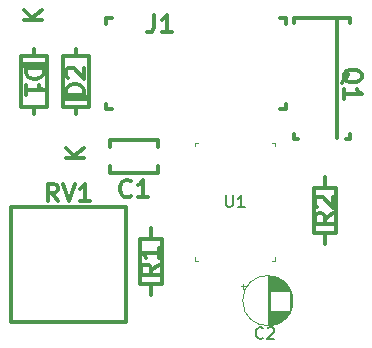
<source format=gto>
%TF.GenerationSoftware,KiCad,Pcbnew,(6.0.10)*%
%TF.CreationDate,2023-01-21T20:26:19+05:30*%
%TF.ProjectId,555 Astable,35353520-4173-4746-9162-6c652e6b6963,rev?*%
%TF.SameCoordinates,Original*%
%TF.FileFunction,Legend,Top*%
%TF.FilePolarity,Positive*%
%FSLAX46Y46*%
G04 Gerber Fmt 4.6, Leading zero omitted, Abs format (unit mm)*
G04 Created by KiCad (PCBNEW (6.0.10)) date 2023-01-21 20:26:19*
%MOMM*%
%LPD*%
G01*
G04 APERTURE LIST*
%ADD10C,0.150000*%
%ADD11C,0.300000*%
%ADD12C,0.100000*%
%ADD13C,0.120000*%
G04 APERTURE END LIST*
D10*
%TO.C,U1*%
X120650912Y-79218380D02*
X120650912Y-80027904D01*
X120698531Y-80123142D01*
X120746150Y-80170761D01*
X120841388Y-80218380D01*
X121031864Y-80218380D01*
X121127102Y-80170761D01*
X121174721Y-80123142D01*
X121222340Y-80027904D01*
X121222340Y-79218380D01*
X122222340Y-80218380D02*
X121650912Y-80218380D01*
X121936626Y-80218380D02*
X121936626Y-79218380D01*
X121841388Y-79361238D01*
X121746150Y-79456476D01*
X121650912Y-79504095D01*
D11*
%TO.C,C1*%
X112621800Y-79275714D02*
X112550371Y-79347142D01*
X112336085Y-79418571D01*
X112193228Y-79418571D01*
X111978942Y-79347142D01*
X111836085Y-79204285D01*
X111764657Y-79061428D01*
X111693228Y-78775714D01*
X111693228Y-78561428D01*
X111764657Y-78275714D01*
X111836085Y-78132857D01*
X111978942Y-77990000D01*
X112193228Y-77918571D01*
X112336085Y-77918571D01*
X112550371Y-77990000D01*
X112621800Y-78061428D01*
X114050371Y-79418571D02*
X113193228Y-79418571D01*
X113621800Y-79418571D02*
X113621800Y-77918571D01*
X113478942Y-78132857D01*
X113336085Y-78275714D01*
X113193228Y-78347142D01*
%TO.C,J1*%
X114562000Y-63948571D02*
X114562000Y-65020000D01*
X114490571Y-65234285D01*
X114347714Y-65377142D01*
X114133428Y-65448571D01*
X113990571Y-65448571D01*
X116062000Y-65448571D02*
X115204857Y-65448571D01*
X115633428Y-65448571D02*
X115633428Y-63948571D01*
X115490571Y-64162857D01*
X115347714Y-64305714D01*
X115204857Y-64377142D01*
%TO.C,D2*%
X108628571Y-70703142D02*
X107128571Y-70703142D01*
X107128571Y-70346000D01*
X107200000Y-70131714D01*
X107342857Y-69988857D01*
X107485714Y-69917428D01*
X107771428Y-69846000D01*
X107985714Y-69846000D01*
X108271428Y-69917428D01*
X108414285Y-69988857D01*
X108557142Y-70131714D01*
X108628571Y-70346000D01*
X108628571Y-70703142D01*
X107271428Y-69274571D02*
X107200000Y-69203142D01*
X107128571Y-69060285D01*
X107128571Y-68703142D01*
X107200000Y-68560285D01*
X107271428Y-68488857D01*
X107414285Y-68417428D01*
X107557142Y-68417428D01*
X107771428Y-68488857D01*
X108628571Y-69346000D01*
X108628571Y-68417428D01*
X108628571Y-76084857D02*
X107128571Y-76084857D01*
X108628571Y-75227714D02*
X107771428Y-75870571D01*
X107128571Y-75227714D02*
X107985714Y-76084857D01*
D10*
%TO.C,C2*%
X123785333Y-91289142D02*
X123737714Y-91336761D01*
X123594857Y-91384380D01*
X123499619Y-91384380D01*
X123356761Y-91336761D01*
X123261523Y-91241523D01*
X123213904Y-91146285D01*
X123166285Y-90955809D01*
X123166285Y-90812952D01*
X123213904Y-90622476D01*
X123261523Y-90527238D01*
X123356761Y-90432000D01*
X123499619Y-90384380D01*
X123594857Y-90384380D01*
X123737714Y-90432000D01*
X123785333Y-90479619D01*
X124166285Y-90479619D02*
X124213904Y-90432000D01*
X124309142Y-90384380D01*
X124547238Y-90384380D01*
X124642476Y-90432000D01*
X124690095Y-90479619D01*
X124737714Y-90574857D01*
X124737714Y-90670095D01*
X124690095Y-90812952D01*
X124118666Y-91384380D01*
X124737714Y-91384380D01*
D11*
%TO.C,R1*%
X114978571Y-85096000D02*
X114264285Y-85596000D01*
X114978571Y-85953142D02*
X113478571Y-85953142D01*
X113478571Y-85381714D01*
X113550000Y-85238857D01*
X113621428Y-85167428D01*
X113764285Y-85096000D01*
X113978571Y-85096000D01*
X114121428Y-85167428D01*
X114192857Y-85238857D01*
X114264285Y-85381714D01*
X114264285Y-85953142D01*
X114978571Y-83667428D02*
X114978571Y-84524571D01*
X114978571Y-84096000D02*
X113478571Y-84096000D01*
X113692857Y-84238857D01*
X113835714Y-84381714D01*
X113907142Y-84524571D01*
%TO.C,D1*%
X103715428Y-68488857D02*
X105215428Y-68488857D01*
X105215428Y-68846000D01*
X105144000Y-69060285D01*
X105001142Y-69203142D01*
X104858285Y-69274571D01*
X104572571Y-69346000D01*
X104358285Y-69346000D01*
X104072571Y-69274571D01*
X103929714Y-69203142D01*
X103786857Y-69060285D01*
X103715428Y-68846000D01*
X103715428Y-68488857D01*
X103715428Y-70774571D02*
X103715428Y-69917428D01*
X103715428Y-70346000D02*
X105215428Y-70346000D01*
X105001142Y-70203142D01*
X104858285Y-70060285D01*
X104786857Y-69917428D01*
X105072571Y-64400857D02*
X103572571Y-64400857D01*
X105072571Y-63543714D02*
X104215428Y-64186571D01*
X103572571Y-63543714D02*
X104429714Y-64400857D01*
%TO.C,R2*%
X129710571Y-80768000D02*
X128996285Y-81268000D01*
X129710571Y-81625142D02*
X128210571Y-81625142D01*
X128210571Y-81053714D01*
X128282000Y-80910857D01*
X128353428Y-80839428D01*
X128496285Y-80768000D01*
X128710571Y-80768000D01*
X128853428Y-80839428D01*
X128924857Y-80910857D01*
X128996285Y-81053714D01*
X128996285Y-81625142D01*
X128353428Y-80196571D02*
X128282000Y-80125142D01*
X128210571Y-79982285D01*
X128210571Y-79625142D01*
X128282000Y-79482285D01*
X128353428Y-79410857D01*
X128496285Y-79339428D01*
X128639142Y-79339428D01*
X128853428Y-79410857D01*
X129710571Y-80268000D01*
X129710571Y-79339428D01*
%TO.C,RV1*%
X106410142Y-79753571D02*
X105910142Y-79039285D01*
X105553000Y-79753571D02*
X105553000Y-78253571D01*
X106124428Y-78253571D01*
X106267285Y-78325000D01*
X106338714Y-78396428D01*
X106410142Y-78539285D01*
X106410142Y-78753571D01*
X106338714Y-78896428D01*
X106267285Y-78967857D01*
X106124428Y-79039285D01*
X105553000Y-79039285D01*
X106838714Y-78253571D02*
X107338714Y-79753571D01*
X107838714Y-78253571D01*
X109124428Y-79753571D02*
X108267285Y-79753571D01*
X108695857Y-79753571D02*
X108695857Y-78253571D01*
X108553000Y-78467857D01*
X108410142Y-78610714D01*
X108267285Y-78682142D01*
%TO.C,Q1*%
X130496571Y-69707142D02*
X130568000Y-69564285D01*
X130710857Y-69421428D01*
X130925142Y-69207142D01*
X130996571Y-69064285D01*
X130996571Y-68921428D01*
X130639428Y-68992857D02*
X130710857Y-68850000D01*
X130853714Y-68707142D01*
X131139428Y-68635714D01*
X131639428Y-68635714D01*
X131925142Y-68707142D01*
X132068000Y-68850000D01*
X132139428Y-68992857D01*
X132139428Y-69278571D01*
X132068000Y-69421428D01*
X131925142Y-69564285D01*
X131639428Y-69635714D01*
X131139428Y-69635714D01*
X130853714Y-69564285D01*
X130710857Y-69421428D01*
X130639428Y-69278571D01*
X130639428Y-68992857D01*
X130639428Y-71064285D02*
X130639428Y-70207142D01*
X130639428Y-70635714D02*
X132139428Y-70635714D01*
X131925142Y-70492857D01*
X131782285Y-70350000D01*
X131710857Y-70207142D01*
D12*
%TO.C,U1*%
X124822000Y-84466000D02*
X124822000Y-84766000D01*
X118022000Y-84766000D02*
X118322000Y-84766000D01*
X118022000Y-75066000D02*
X118022000Y-74766000D01*
X118022000Y-84466000D02*
X118022000Y-84766000D01*
X118022000Y-74766000D02*
X118322000Y-74766000D01*
X124822000Y-75066000D02*
X124822000Y-74766000D01*
X124822000Y-74766000D02*
X124522000Y-74766000D01*
X124822000Y-84766000D02*
X124522000Y-84766000D01*
D11*
%TO.C,C1*%
X114891800Y-74536000D02*
X110851800Y-74536000D01*
X114891800Y-77376000D02*
X110851800Y-77376000D01*
X110851800Y-77376000D02*
X110851800Y-76751000D01*
X110851800Y-75161000D02*
X110851800Y-74536000D01*
X114891800Y-75161000D02*
X114891800Y-74536000D01*
X114891800Y-77376000D02*
X114891800Y-76751000D01*
%TO.C,J1*%
X110510000Y-64222000D02*
X110510000Y-64722000D01*
X125710000Y-71922000D02*
X125210000Y-71922000D01*
X110510000Y-71922000D02*
X111010000Y-71922000D01*
X110510000Y-64222000D02*
X111010000Y-64222000D01*
X125710000Y-64222000D02*
X125210000Y-64222000D01*
X125710000Y-71922000D02*
X125710000Y-71472000D01*
X125710000Y-64222000D02*
X125710000Y-64722000D01*
X110510000Y-71922000D02*
X110510000Y-71472000D01*
%TO.C,D2*%
X109070000Y-67476000D02*
X106830000Y-67476000D01*
X106830000Y-71716000D02*
X109070000Y-71716000D01*
X106830000Y-71116000D02*
X109070000Y-71116000D01*
X106830000Y-67476000D02*
X106830000Y-71716000D01*
X106830000Y-70996000D02*
X109070000Y-70996000D01*
X109070000Y-71716000D02*
X109070000Y-67476000D01*
X107950000Y-66826000D02*
X107950000Y-67476000D01*
X107950000Y-72366000D02*
X107950000Y-71716000D01*
X106830000Y-70876000D02*
X109070000Y-70876000D01*
D13*
%TO.C,C2*%
X124470000Y-86086000D02*
X124470000Y-87308000D01*
X125071000Y-88988000D02*
X125071000Y-90037000D01*
X125991000Y-87068000D02*
X125991000Y-87308000D01*
X125511000Y-86529000D02*
X125511000Y-87308000D01*
X125111000Y-86278000D02*
X125111000Y-87308000D01*
X124350000Y-86074000D02*
X124350000Y-90222000D01*
X125551000Y-88988000D02*
X125551000Y-89735000D01*
X125591000Y-86596000D02*
X125591000Y-87308000D01*
X124750000Y-88988000D02*
X124750000Y-90153000D01*
X125871000Y-88988000D02*
X125871000Y-89402000D01*
X125951000Y-88988000D02*
X125951000Y-89290000D01*
X126111000Y-87289000D02*
X126111000Y-89007000D01*
X126071000Y-87208000D02*
X126071000Y-89088000D01*
X125191000Y-86318000D02*
X125191000Y-87308000D01*
X125791000Y-88988000D02*
X125791000Y-89499000D01*
X125751000Y-86752000D02*
X125751000Y-87308000D01*
X125871000Y-86894000D02*
X125871000Y-87308000D01*
X124430000Y-86081000D02*
X124430000Y-87308000D01*
X124510000Y-86092000D02*
X124510000Y-87308000D01*
X124550000Y-86098000D02*
X124550000Y-87308000D01*
X124911000Y-86194000D02*
X124911000Y-87308000D01*
X125831000Y-86844000D02*
X125831000Y-87308000D01*
X124951000Y-88988000D02*
X124951000Y-90088000D01*
X125031000Y-88988000D02*
X125031000Y-90055000D01*
X124430000Y-88988000D02*
X124430000Y-90215000D01*
X125431000Y-88988000D02*
X125431000Y-89828000D01*
X125031000Y-86241000D02*
X125031000Y-87308000D01*
X124710000Y-88988000D02*
X124710000Y-90164000D01*
X126151000Y-87380000D02*
X126151000Y-88916000D01*
X124390000Y-88988000D02*
X124390000Y-90219000D01*
X125311000Y-86388000D02*
X125311000Y-87308000D01*
X125231000Y-88988000D02*
X125231000Y-89956000D01*
X125391000Y-86440000D02*
X125391000Y-87308000D01*
X125591000Y-88988000D02*
X125591000Y-89700000D01*
X125151000Y-88988000D02*
X125151000Y-89999000D01*
X125431000Y-86468000D02*
X125431000Y-87308000D01*
X124951000Y-86208000D02*
X124951000Y-87308000D01*
X125911000Y-88988000D02*
X125911000Y-89348000D01*
X124991000Y-86224000D02*
X124991000Y-87308000D01*
X125991000Y-88988000D02*
X125991000Y-89228000D01*
X125711000Y-88988000D02*
X125711000Y-89586000D01*
X124991000Y-88988000D02*
X124991000Y-90072000D01*
X124750000Y-86143000D02*
X124750000Y-87308000D01*
X125751000Y-88988000D02*
X125751000Y-89544000D01*
X125831000Y-88988000D02*
X125831000Y-89452000D01*
X125111000Y-88988000D02*
X125111000Y-90018000D01*
X124230000Y-86068000D02*
X124230000Y-90228000D01*
X124911000Y-88988000D02*
X124911000Y-90102000D01*
X125511000Y-88988000D02*
X125511000Y-89767000D01*
X125151000Y-86297000D02*
X125151000Y-87308000D01*
X124590000Y-88988000D02*
X124590000Y-90190000D01*
X124830000Y-88988000D02*
X124830000Y-90130000D01*
X125351000Y-86413000D02*
X125351000Y-87308000D01*
X125191000Y-88988000D02*
X125191000Y-89978000D01*
X124470000Y-88988000D02*
X124470000Y-90210000D01*
X124830000Y-86166000D02*
X124830000Y-87308000D01*
X125551000Y-86561000D02*
X125551000Y-87308000D01*
X126271000Y-87778000D02*
X126271000Y-88518000D01*
X125311000Y-88988000D02*
X125311000Y-89908000D01*
X124870000Y-86180000D02*
X124870000Y-87308000D01*
X125951000Y-87006000D02*
X125951000Y-87308000D01*
X124670000Y-88988000D02*
X124670000Y-90173000D01*
X124190000Y-86068000D02*
X124190000Y-90228000D01*
X125631000Y-88988000D02*
X125631000Y-89664000D01*
X125791000Y-86797000D02*
X125791000Y-87308000D01*
X124630000Y-86114000D02*
X124630000Y-87308000D01*
X124510000Y-88988000D02*
X124510000Y-90204000D01*
X124870000Y-88988000D02*
X124870000Y-90116000D01*
X125231000Y-86340000D02*
X125231000Y-87308000D01*
X126231000Y-87611000D02*
X126231000Y-88685000D01*
X125271000Y-86363000D02*
X125271000Y-87308000D01*
X124790000Y-86154000D02*
X124790000Y-87308000D01*
X125911000Y-86948000D02*
X125911000Y-87308000D01*
X125351000Y-88988000D02*
X125351000Y-89883000D01*
X126191000Y-87484000D02*
X126191000Y-88812000D01*
X125391000Y-88988000D02*
X125391000Y-89856000D01*
X124630000Y-88988000D02*
X124630000Y-90182000D01*
X124310000Y-86071000D02*
X124310000Y-90225000D01*
X121920199Y-86953000D02*
X122320199Y-86953000D01*
X124590000Y-86106000D02*
X124590000Y-87308000D01*
X125071000Y-86259000D02*
X125071000Y-87308000D01*
X124710000Y-86132000D02*
X124710000Y-87308000D01*
X126031000Y-87135000D02*
X126031000Y-89161000D01*
X125471000Y-88988000D02*
X125471000Y-89798000D01*
X124390000Y-86077000D02*
X124390000Y-87308000D01*
X125671000Y-86670000D02*
X125671000Y-87308000D01*
X125631000Y-86632000D02*
X125631000Y-87308000D01*
X124670000Y-86123000D02*
X124670000Y-87308000D01*
X124270000Y-86069000D02*
X124270000Y-90227000D01*
X125711000Y-86710000D02*
X125711000Y-87308000D01*
X125671000Y-88988000D02*
X125671000Y-89626000D01*
X125271000Y-88988000D02*
X125271000Y-89933000D01*
X124790000Y-88988000D02*
X124790000Y-90142000D01*
X125471000Y-86498000D02*
X125471000Y-87308000D01*
X122120199Y-86753000D02*
X122120199Y-87153000D01*
X124550000Y-88988000D02*
X124550000Y-90198000D01*
X126310000Y-88148000D02*
G75*
G03*
X126310000Y-88148000I-2120000J0D01*
G01*
D11*
%TO.C,R1*%
X113380000Y-86766000D02*
X115220000Y-86766000D01*
X113380000Y-82926000D02*
X113380000Y-86766000D01*
X114300000Y-81976000D02*
X114300000Y-82926000D01*
X115220000Y-82926000D02*
X113380000Y-82926000D01*
X115220000Y-86766000D02*
X115220000Y-82926000D01*
X114300000Y-87716000D02*
X114300000Y-86766000D01*
%TO.C,D1*%
X103274000Y-67476000D02*
X103274000Y-71716000D01*
X105514000Y-71716000D02*
X105514000Y-67476000D01*
X105514000Y-68196000D02*
X103274000Y-68196000D01*
X103274000Y-71716000D02*
X105514000Y-71716000D01*
X105514000Y-68316000D02*
X103274000Y-68316000D01*
X104394000Y-66826000D02*
X104394000Y-67476000D01*
X104394000Y-72366000D02*
X104394000Y-71716000D01*
X105514000Y-67476000D02*
X103274000Y-67476000D01*
X105514000Y-68076000D02*
X103274000Y-68076000D01*
%TO.C,R2*%
X128112000Y-78598000D02*
X128112000Y-82438000D01*
X129032000Y-77648000D02*
X129032000Y-78598000D01*
X128112000Y-82438000D02*
X129952000Y-82438000D01*
X129952000Y-78598000D02*
X128112000Y-78598000D01*
X129032000Y-83388000D02*
X129032000Y-82438000D01*
X129952000Y-82438000D02*
X129952000Y-78598000D01*
%TO.C,RV1*%
X102418000Y-80205000D02*
X102418000Y-89975000D01*
X102418000Y-80205000D02*
X112188000Y-80205000D01*
X112188000Y-80205000D02*
X112188000Y-89975000D01*
X102418000Y-89975000D02*
X112188000Y-89975000D01*
%TO.C,Q1*%
X131178000Y-64242000D02*
X130778000Y-64242000D01*
X131178000Y-74042000D02*
X131178000Y-74442000D01*
X126378000Y-74442000D02*
X126378000Y-74042000D01*
X131178000Y-74442000D02*
X130778000Y-74442000D01*
X126378000Y-74442000D02*
X126778000Y-74442000D01*
X126378000Y-64242000D02*
X126378000Y-64642000D01*
X131178000Y-64242000D02*
X131178000Y-64642000D01*
X126378000Y-64242000D02*
X130778000Y-64242000D01*
X130068000Y-64242000D02*
X130068000Y-74342000D01*
%TD*%
M02*

</source>
